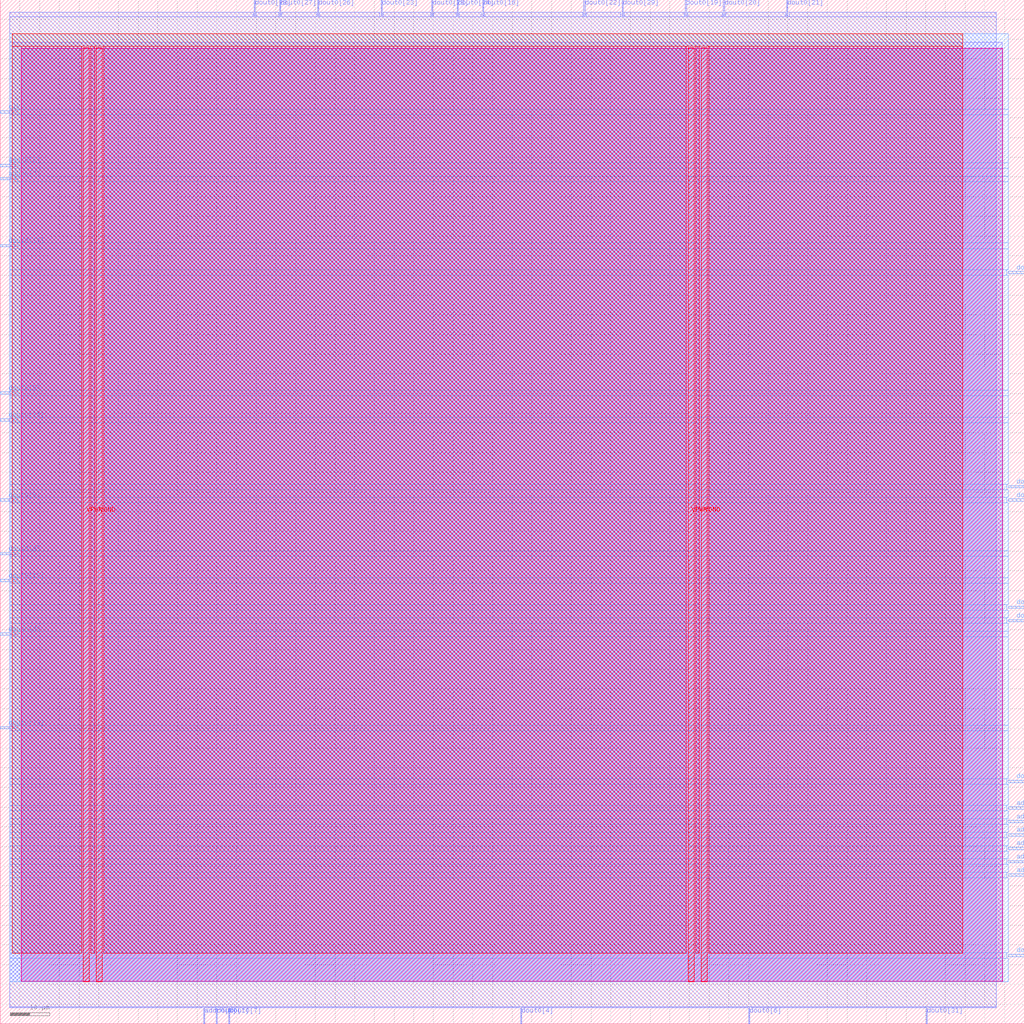
<source format=lef>
VERSION 5.7 ;
  NOWIREEXTENSIONATPIN ON ;
  DIVIDERCHAR "/" ;
  BUSBITCHARS "[]" ;
MACRO rom7
  CLASS BLOCK ;
  FOREIGN rom7 ;
  ORIGIN 0.000 0.000 ;
  SIZE 260.000 BY 260.000 ;
  PIN VGND
    DIRECTION INOUT ;
    USE GROUND ;
    PORT
      LAYER met4 ;
        RECT 24.340 10.640 25.940 247.760 ;
    END
    PORT
      LAYER met4 ;
        RECT 177.940 10.640 179.540 247.760 ;
    END
  END VGND
  PIN VPWR
    DIRECTION INOUT ;
    USE POWER ;
    PORT
      LAYER met4 ;
        RECT 21.040 10.640 22.640 247.760 ;
    END
    PORT
      LAYER met4 ;
        RECT 174.640 10.640 176.240 247.760 ;
    END
  END VPWR
  PIN addr0[0]
    DIRECTION INPUT ;
    USE SIGNAL ;
    ANTENNAGATEAREA 0.196500 ;
    PORT
      LAYER met3 ;
        RECT 256.000 37.440 260.000 38.040 ;
    END
  END addr0[0]
  PIN addr0[1]
    DIRECTION INPUT ;
    USE SIGNAL ;
    ANTENNAGATEAREA 0.196500 ;
    PORT
      LAYER met3 ;
        RECT 256.000 40.840 260.000 41.440 ;
    END
  END addr0[1]
  PIN addr0[2]
    DIRECTION INPUT ;
    USE SIGNAL ;
    ANTENNAGATEAREA 0.213000 ;
    PORT
      LAYER met3 ;
        RECT 256.000 44.240 260.000 44.840 ;
    END
  END addr0[2]
  PIN addr0[3]
    DIRECTION INPUT ;
    USE SIGNAL ;
    ANTENNAGATEAREA 0.196500 ;
    PORT
      LAYER met3 ;
        RECT 256.000 47.640 260.000 48.240 ;
    END
  END addr0[3]
  PIN addr0[4]
    DIRECTION INPUT ;
    USE SIGNAL ;
    ANTENNAGATEAREA 0.196500 ;
    PORT
      LAYER met3 ;
        RECT 256.000 51.040 260.000 51.640 ;
    END
  END addr0[4]
  PIN addr0[5]
    DIRECTION INPUT ;
    USE SIGNAL ;
    ANTENNAGATEAREA 0.196500 ;
    PORT
      LAYER met3 ;
        RECT 256.000 54.440 260.000 55.040 ;
    END
  END addr0[5]
  PIN addr0[6]
    DIRECTION INPUT ;
    USE SIGNAL ;
    ANTENNAGATEAREA 0.213000 ;
    PORT
      LAYER met3 ;
        RECT 0.000 217.640 4.000 218.240 ;
    END
  END addr0[6]
  PIN addr0[7]
    DIRECTION INPUT ;
    USE SIGNAL ;
    ANTENNAGATEAREA 0.196500 ;
    PORT
      LAYER met3 ;
        RECT 0.000 214.240 4.000 214.840 ;
    END
  END addr0[7]
  PIN addr0[8]
    DIRECTION INPUT ;
    USE SIGNAL ;
    ANTENNAGATEAREA 0.196500 ;
    PORT
      LAYER met2 ;
        RECT 51.610 0.000 51.890 4.000 ;
    END
  END addr0[8]
  PIN clk0
    DIRECTION INPUT ;
    USE SIGNAL ;
    ANTENNAGATEAREA 0.852000 ;
    PORT
      LAYER met3 ;
        RECT 0.000 231.240 4.000 231.840 ;
    END
  END clk0
  PIN dout0[0]
    DIRECTION OUTPUT ;
    USE SIGNAL ;
    ANTENNADIFFAREA 0.445500 ;
    PORT
      LAYER met3 ;
        RECT 256.000 102.040 260.000 102.640 ;
    END
  END dout0[0]
  PIN dout0[10]
    DIRECTION OUTPUT ;
    USE SIGNAL ;
    ANTENNADIFFAREA 0.445500 ;
    PORT
      LAYER met3 ;
        RECT 0.000 112.240 4.000 112.840 ;
    END
  END dout0[10]
  PIN dout0[11]
    DIRECTION OUTPUT ;
    USE SIGNAL ;
    ANTENNADIFFAREA 0.445500 ;
    PORT
      LAYER met3 ;
        RECT 256.000 61.240 260.000 61.840 ;
    END
  END dout0[11]
  PIN dout0[12]
    DIRECTION OUTPUT ;
    USE SIGNAL ;
    ANTENNADIFFAREA 0.445500 ;
    PORT
      LAYER met3 ;
        RECT 256.000 105.440 260.000 106.040 ;
    END
  END dout0[12]
  PIN dout0[13]
    DIRECTION OUTPUT ;
    USE SIGNAL ;
    ANTENNADIFFAREA 0.445500 ;
    PORT
      LAYER met3 ;
        RECT 0.000 74.840 4.000 75.440 ;
    END
  END dout0[13]
  PIN dout0[14]
    DIRECTION OUTPUT ;
    USE SIGNAL ;
    ANTENNADIFFAREA 0.445500 ;
    PORT
      LAYER met3 ;
        RECT 0.000 153.040 4.000 153.640 ;
    END
  END dout0[14]
  PIN dout0[15]
    DIRECTION OUTPUT ;
    USE SIGNAL ;
    ANTENNADIFFAREA 0.445500 ;
    PORT
      LAYER met3 ;
        RECT 256.000 136.040 260.000 136.640 ;
    END
  END dout0[15]
  PIN dout0[16]
    DIRECTION OUTPUT ;
    USE SIGNAL ;
    ANTENNADIFFAREA 0.795200 ;
    PORT
      LAYER met2 ;
        RECT 122.450 256.000 122.730 260.000 ;
    END
  END dout0[16]
  PIN dout0[17]
    DIRECTION OUTPUT ;
    USE SIGNAL ;
    ANTENNADIFFAREA 0.445500 ;
    PORT
      LAYER met3 ;
        RECT 0.000 197.240 4.000 197.840 ;
    END
  END dout0[17]
  PIN dout0[18]
    DIRECTION OUTPUT ;
    USE SIGNAL ;
    ANTENNADIFFAREA 0.445500 ;
    PORT
      LAYER met3 ;
        RECT 256.000 190.440 260.000 191.040 ;
    END
  END dout0[18]
  PIN dout0[19]
    DIRECTION OUTPUT ;
    USE SIGNAL ;
    ANTENNADIFFAREA 0.795200 ;
    PORT
      LAYER met2 ;
        RECT 173.970 256.000 174.250 260.000 ;
    END
  END dout0[19]
  PIN dout0[1]
    DIRECTION OUTPUT ;
    USE SIGNAL ;
    ANTENNADIFFAREA 0.445500 ;
    PORT
      LAYER met2 ;
        RECT 54.830 0.000 55.110 4.000 ;
    END
  END dout0[1]
  PIN dout0[20]
    DIRECTION OUTPUT ;
    USE SIGNAL ;
    ANTENNADIFFAREA 0.795200 ;
    PORT
      LAYER met2 ;
        RECT 183.630 256.000 183.910 260.000 ;
    END
  END dout0[20]
  PIN dout0[21]
    DIRECTION OUTPUT ;
    USE SIGNAL ;
    ANTENNADIFFAREA 0.795200 ;
    PORT
      LAYER met2 ;
        RECT 199.730 256.000 200.010 260.000 ;
    END
  END dout0[21]
  PIN dout0[22]
    DIRECTION OUTPUT ;
    USE SIGNAL ;
    ANTENNADIFFAREA 0.795200 ;
    PORT
      LAYER met2 ;
        RECT 148.210 256.000 148.490 260.000 ;
    END
  END dout0[22]
  PIN dout0[23]
    DIRECTION OUTPUT ;
    USE SIGNAL ;
    ANTENNADIFFAREA 0.795200 ;
    PORT
      LAYER met2 ;
        RECT 96.690 256.000 96.970 260.000 ;
    END
  END dout0[23]
  PIN dout0[24]
    DIRECTION OUTPUT ;
    USE SIGNAL ;
    ANTENNADIFFAREA 0.795200 ;
    PORT
      LAYER met2 ;
        RECT 116.010 256.000 116.290 260.000 ;
    END
  END dout0[24]
  PIN dout0[25]
    DIRECTION OUTPUT ;
    USE SIGNAL ;
    ANTENNADIFFAREA 0.795200 ;
    PORT
      LAYER met2 ;
        RECT 109.570 256.000 109.850 260.000 ;
    END
  END dout0[25]
  PIN dout0[26]
    DIRECTION OUTPUT ;
    USE SIGNAL ;
    ANTENNADIFFAREA 0.795200 ;
    PORT
      LAYER met2 ;
        RECT 80.590 256.000 80.870 260.000 ;
    END
  END dout0[26]
  PIN dout0[27]
    DIRECTION OUTPUT ;
    USE SIGNAL ;
    ANTENNADIFFAREA 0.795200 ;
    PORT
      LAYER met2 ;
        RECT 70.930 256.000 71.210 260.000 ;
    END
  END dout0[27]
  PIN dout0[28]
    DIRECTION OUTPUT ;
    USE SIGNAL ;
    ANTENNADIFFAREA 0.795200 ;
    PORT
      LAYER met2 ;
        RECT 64.490 256.000 64.770 260.000 ;
    END
  END dout0[28]
  PIN dout0[29]
    DIRECTION OUTPUT ;
    USE SIGNAL ;
    PORT
      LAYER met2 ;
        RECT 157.870 256.000 158.150 260.000 ;
    END
  END dout0[29]
  PIN dout0[2]
    DIRECTION OUTPUT ;
    USE SIGNAL ;
    ANTENNADIFFAREA 0.445500 ;
    PORT
      LAYER met3 ;
        RECT 0.000 119.040 4.000 119.640 ;
    END
  END dout0[2]
  PIN dout0[30]
    DIRECTION OUTPUT ;
    USE SIGNAL ;
    PORT
      LAYER met3 ;
        RECT 256.000 17.040 260.000 17.640 ;
    END
  END dout0[30]
  PIN dout0[31]
    DIRECTION OUTPUT ;
    USE SIGNAL ;
    PORT
      LAYER met2 ;
        RECT 235.150 0.000 235.430 4.000 ;
    END
  END dout0[31]
  PIN dout0[3]
    DIRECTION OUTPUT ;
    USE SIGNAL ;
    ANTENNADIFFAREA 0.445500 ;
    PORT
      LAYER met3 ;
        RECT 256.000 132.640 260.000 133.240 ;
    END
  END dout0[3]
  PIN dout0[4]
    DIRECTION OUTPUT ;
    USE SIGNAL ;
    ANTENNADIFFAREA 0.445500 ;
    PORT
      LAYER met2 ;
        RECT 132.110 0.000 132.390 4.000 ;
    END
  END dout0[4]
  PIN dout0[5]
    DIRECTION OUTPUT ;
    USE SIGNAL ;
    ANTENNADIFFAREA 0.445500 ;
    PORT
      LAYER met3 ;
        RECT 0.000 132.640 4.000 133.240 ;
    END
  END dout0[5]
  PIN dout0[6]
    DIRECTION OUTPUT ;
    USE SIGNAL ;
    ANTENNADIFFAREA 0.445500 ;
    PORT
      LAYER met2 ;
        RECT 190.070 0.000 190.350 4.000 ;
    END
  END dout0[6]
  PIN dout0[7]
    DIRECTION OUTPUT ;
    USE SIGNAL ;
    ANTENNADIFFAREA 0.445500 ;
    PORT
      LAYER met2 ;
        RECT 58.050 0.000 58.330 4.000 ;
    END
  END dout0[7]
  PIN dout0[8]
    DIRECTION OUTPUT ;
    USE SIGNAL ;
    ANTENNADIFFAREA 0.445500 ;
    PORT
      LAYER met3 ;
        RECT 0.000 98.640 4.000 99.240 ;
    END
  END dout0[8]
  PIN dout0[9]
    DIRECTION OUTPUT ;
    USE SIGNAL ;
    ANTENNADIFFAREA 0.445500 ;
    PORT
      LAYER met3 ;
        RECT 0.000 159.840 4.000 160.440 ;
    END
  END dout0[9]
  OBS
      LAYER nwell ;
        RECT 5.330 10.795 254.570 247.710 ;
      LAYER li1 ;
        RECT 5.520 10.795 254.380 247.605 ;
      LAYER met1 ;
        RECT 2.370 10.640 254.380 249.180 ;
      LAYER met2 ;
        RECT 2.390 255.720 64.210 256.770 ;
        RECT 65.050 255.720 70.650 256.770 ;
        RECT 71.490 255.720 80.310 256.770 ;
        RECT 81.150 255.720 96.410 256.770 ;
        RECT 97.250 255.720 109.290 256.770 ;
        RECT 110.130 255.720 115.730 256.770 ;
        RECT 116.570 255.720 122.170 256.770 ;
        RECT 123.010 255.720 147.930 256.770 ;
        RECT 148.770 255.720 157.590 256.770 ;
        RECT 158.430 255.720 173.690 256.770 ;
        RECT 174.530 255.720 183.350 256.770 ;
        RECT 184.190 255.720 199.450 256.770 ;
        RECT 200.290 255.720 252.910 256.770 ;
        RECT 2.390 4.280 252.910 255.720 ;
        RECT 2.390 4.000 51.330 4.280 ;
        RECT 52.170 4.000 54.550 4.280 ;
        RECT 55.390 4.000 57.770 4.280 ;
        RECT 58.610 4.000 131.830 4.280 ;
        RECT 132.670 4.000 189.790 4.280 ;
        RECT 190.630 4.000 234.870 4.280 ;
        RECT 235.710 4.000 252.910 4.280 ;
      LAYER met3 ;
        RECT 2.365 232.240 256.000 251.425 ;
        RECT 4.400 230.840 256.000 232.240 ;
        RECT 2.365 218.640 256.000 230.840 ;
        RECT 4.400 217.240 256.000 218.640 ;
        RECT 2.365 215.240 256.000 217.240 ;
        RECT 4.400 213.840 256.000 215.240 ;
        RECT 2.365 198.240 256.000 213.840 ;
        RECT 4.400 196.840 256.000 198.240 ;
        RECT 2.365 191.440 256.000 196.840 ;
        RECT 2.365 190.040 255.600 191.440 ;
        RECT 2.365 160.840 256.000 190.040 ;
        RECT 4.400 159.440 256.000 160.840 ;
        RECT 2.365 154.040 256.000 159.440 ;
        RECT 4.400 152.640 256.000 154.040 ;
        RECT 2.365 137.040 256.000 152.640 ;
        RECT 2.365 135.640 255.600 137.040 ;
        RECT 2.365 133.640 256.000 135.640 ;
        RECT 4.400 132.240 255.600 133.640 ;
        RECT 2.365 120.040 256.000 132.240 ;
        RECT 4.400 118.640 256.000 120.040 ;
        RECT 2.365 113.240 256.000 118.640 ;
        RECT 4.400 111.840 256.000 113.240 ;
        RECT 2.365 106.440 256.000 111.840 ;
        RECT 2.365 105.040 255.600 106.440 ;
        RECT 2.365 103.040 256.000 105.040 ;
        RECT 2.365 101.640 255.600 103.040 ;
        RECT 2.365 99.640 256.000 101.640 ;
        RECT 4.400 98.240 256.000 99.640 ;
        RECT 2.365 75.840 256.000 98.240 ;
        RECT 4.400 74.440 256.000 75.840 ;
        RECT 2.365 62.240 256.000 74.440 ;
        RECT 2.365 60.840 255.600 62.240 ;
        RECT 2.365 55.440 256.000 60.840 ;
        RECT 2.365 54.040 255.600 55.440 ;
        RECT 2.365 52.040 256.000 54.040 ;
        RECT 2.365 50.640 255.600 52.040 ;
        RECT 2.365 48.640 256.000 50.640 ;
        RECT 2.365 47.240 255.600 48.640 ;
        RECT 2.365 45.240 256.000 47.240 ;
        RECT 2.365 43.840 255.600 45.240 ;
        RECT 2.365 41.840 256.000 43.840 ;
        RECT 2.365 40.440 255.600 41.840 ;
        RECT 2.365 38.440 256.000 40.440 ;
        RECT 2.365 37.040 255.600 38.440 ;
        RECT 2.365 18.040 256.000 37.040 ;
        RECT 2.365 16.640 255.600 18.040 ;
        RECT 2.365 10.715 256.000 16.640 ;
      LAYER met4 ;
        RECT 3.055 248.160 244.425 251.425 ;
        RECT 3.055 17.855 20.640 248.160 ;
        RECT 23.040 17.855 23.940 248.160 ;
        RECT 26.340 17.855 174.240 248.160 ;
        RECT 176.640 17.855 177.540 248.160 ;
        RECT 179.940 17.855 244.425 248.160 ;
  END
END rom7
END LIBRARY


</source>
